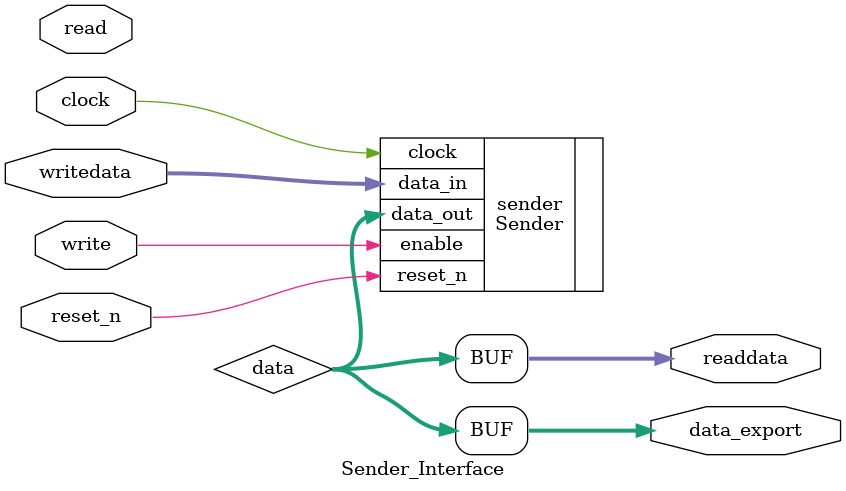
<source format=v>
module Sender_Interface (clock, reset_n, write, writedata, read, readdata, data_export);

input clock, reset_n, write, read;
input [31:0] writedata;
output [31:0] readdata, data_export;

wire [31:0] data;

Sender sender (.clock(clock), .reset_n(reset_n), .enable(write), .data_in(writedata), .data_out(data));

assign readdata = data;
assign data_export = data;

endmodule

</source>
